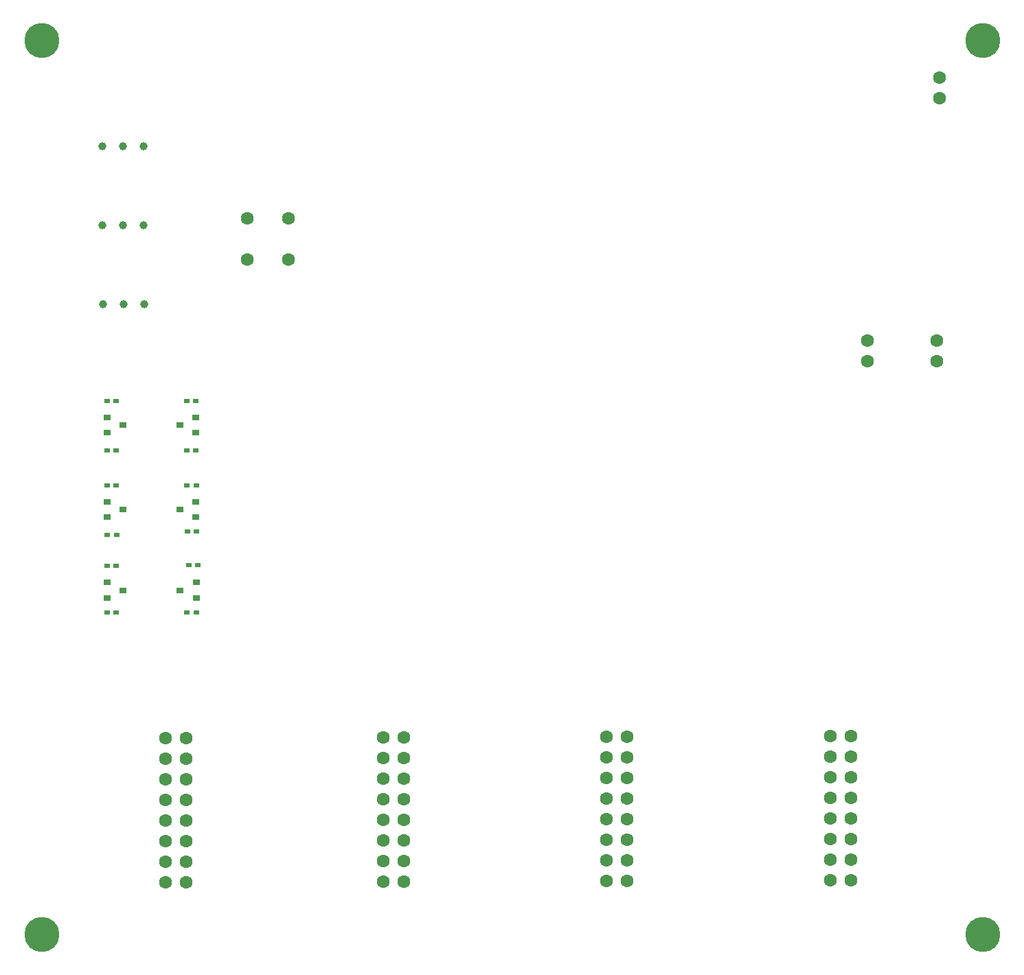
<source format=gbr>
%TF.GenerationSoftware,Altium Limited,Altium Designer,18.1.9 (240)*%
G04 Layer_Color=255*
%FSLAX26Y26*%
%MOIN*%
%TF.FileFunction,Pads,Bot*%
%TF.Part,Single*%
G01*
G75*
%TA.AperFunction,SMDPad,CuDef*%
%ADD19R,0.035433X0.031496*%
%TA.AperFunction,ViaPad*%
%ADD37C,0.170000*%
%TA.AperFunction,ComponentPad*%
%ADD38C,0.062992*%
%ADD39C,0.039370*%
%TA.AperFunction,SMDPad,CuDef*%
%ADD42R,0.029528X0.023622*%
D19*
X2615567Y3914454D02*
D03*
Y3989257D02*
D03*
X2694307Y3951855D02*
D03*
X2615567Y3504812D02*
D03*
Y3579615D02*
D03*
X2694307Y3542214D02*
D03*
X2615567Y3113021D02*
D03*
Y3187824D02*
D03*
X2694307Y3150422D02*
D03*
X3047528Y3989257D02*
D03*
Y3914454D02*
D03*
X2968788Y3951855D02*
D03*
X3047528Y3579615D02*
D03*
Y3504812D02*
D03*
X2968788Y3542214D02*
D03*
X3050063Y3187824D02*
D03*
Y3113021D02*
D03*
X2971323Y3150422D02*
D03*
D37*
X2300000Y1480000D02*
D03*
X6865000D02*
D03*
Y5818000D02*
D03*
X2300000D02*
D03*
D38*
X6643000Y4362000D02*
D03*
Y4262000D02*
D03*
X6308000Y4361000D02*
D03*
Y4261000D02*
D03*
X3495000Y4954000D02*
D03*
X3298150D02*
D03*
X3495000Y4757150D02*
D03*
X3298150D02*
D03*
X5038544Y2439063D02*
D03*
Y2339063D02*
D03*
Y2239063D02*
D03*
Y2139063D02*
D03*
Y2039063D02*
D03*
Y1939063D02*
D03*
Y1839063D02*
D03*
Y1739063D02*
D03*
X5138544D02*
D03*
Y1839063D02*
D03*
Y1939063D02*
D03*
Y2039063D02*
D03*
Y2139063D02*
D03*
Y2239063D02*
D03*
Y2339063D02*
D03*
Y2439063D02*
D03*
X6226664Y2442285D02*
D03*
Y2342285D02*
D03*
Y2242285D02*
D03*
Y2142285D02*
D03*
Y2042285D02*
D03*
Y1942285D02*
D03*
Y1842285D02*
D03*
Y1742285D02*
D03*
X6126664D02*
D03*
Y1842285D02*
D03*
Y1942285D02*
D03*
Y2042285D02*
D03*
Y2142285D02*
D03*
Y2242285D02*
D03*
Y2342285D02*
D03*
Y2442285D02*
D03*
X4055063Y2433964D02*
D03*
Y2333964D02*
D03*
Y2233964D02*
D03*
Y2133964D02*
D03*
Y2033964D02*
D03*
Y1933964D02*
D03*
Y1833964D02*
D03*
Y1733964D02*
D03*
X3955063D02*
D03*
Y1833964D02*
D03*
Y1933964D02*
D03*
Y2033964D02*
D03*
Y2133964D02*
D03*
Y2233964D02*
D03*
Y2333964D02*
D03*
Y2433964D02*
D03*
X2998534Y2432092D02*
D03*
Y2332092D02*
D03*
Y2232092D02*
D03*
Y2132092D02*
D03*
Y2032092D02*
D03*
Y1932092D02*
D03*
Y1832092D02*
D03*
Y1732092D02*
D03*
X2898534D02*
D03*
Y1832092D02*
D03*
Y1932092D02*
D03*
Y2032092D02*
D03*
Y2132092D02*
D03*
Y2232092D02*
D03*
Y2332092D02*
D03*
Y2432092D02*
D03*
X6655000Y5640000D02*
D03*
Y5540000D02*
D03*
D39*
X2592000Y5307000D02*
D03*
X2792000D02*
D03*
X2692000D02*
D03*
X2598000Y4540000D02*
D03*
X2798000D02*
D03*
X2698000D02*
D03*
X2594000Y4922000D02*
D03*
X2794000D02*
D03*
X2694000D02*
D03*
D42*
X2615670Y4068855D02*
D03*
X2660945D02*
D03*
X2615670Y3829855D02*
D03*
X2660945D02*
D03*
X2615567Y3658816D02*
D03*
X2660843D02*
D03*
X2617000Y3419816D02*
D03*
X2662276D02*
D03*
X2615032Y3270422D02*
D03*
X2660307D02*
D03*
X2615032Y3041950D02*
D03*
X2660307D02*
D03*
X3047799Y4068855D02*
D03*
X3002523D02*
D03*
X3047796Y3828855D02*
D03*
X3002520D02*
D03*
X3050276Y3437000D02*
D03*
X3005000D02*
D03*
X3049276Y3660000D02*
D03*
X3004000D02*
D03*
X3057063Y3272021D02*
D03*
X3011788D02*
D03*
X3048928Y3043052D02*
D03*
X3003653D02*
D03*
%TF.MD5,7f97f46339ada4cfac8fa0261457e8a7*%
M02*

</source>
